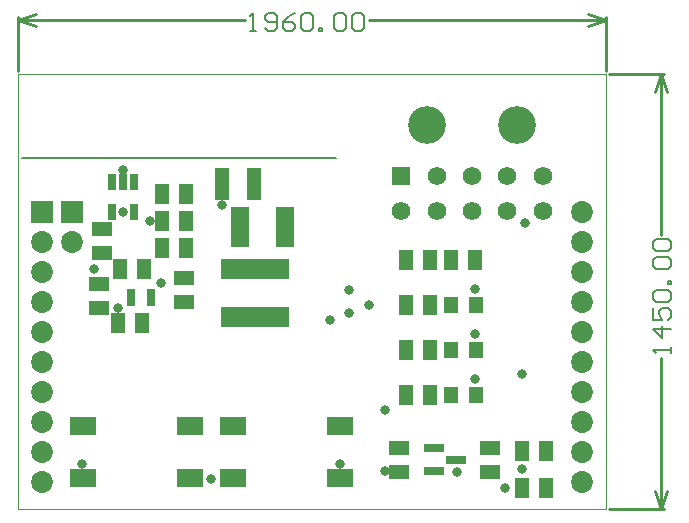
<source format=gts>
G04*
G04 #@! TF.GenerationSoftware,Altium Limited,Altium Designer,22.1.2 (22)*
G04*
G04 Layer_Color=8388736*
%FSLAX24Y24*%
%MOIN*%
G70*
G04*
G04 #@! TF.SameCoordinates,69551EEB-C68B-4B17-9CB5-8D0B25672B83*
G04*
G04*
G04 #@! TF.FilePolarity,Negative*
G04*
G01*
G75*
%ADD12C,0.0079*%
%ADD14C,0.0100*%
%ADD16C,0.0000*%
%ADD17C,0.0060*%
%ADD18R,0.0274X0.0198*%
%ADD19R,0.0297X0.0552*%
%ADD20R,0.0690X0.0297*%
%ADD21R,0.2285X0.0690*%
%ADD22R,0.0631X0.1379*%
%ADD23R,0.0480X0.0680*%
%ADD24R,0.0680X0.0480*%
%ADD25R,0.0907X0.0631*%
%ADD26R,0.0513X0.0552*%
%ADD27R,0.0513X0.1104*%
%ADD28C,0.1261*%
%ADD29C,0.0619*%
%ADD30R,0.0619X0.0619*%
%ADD31C,0.0730*%
%ADD32R,0.0730X0.0730*%
%ADD33C,0.0330*%
D12*
X150Y11700D02*
X10600D01*
D14*
X19600Y14600D02*
Y16400D01*
X0Y14600D02*
Y16400D01*
X11699Y16300D02*
X19600D01*
X0D02*
X7581D01*
X19000Y16500D02*
X19600Y16300D01*
X19000Y16100D02*
X19600Y16300D01*
X0D02*
X600Y16100D01*
X0Y16300D02*
X600Y16500D01*
X19700Y0D02*
X21525D01*
X19700Y14500D02*
X21525D01*
X21425Y0D02*
Y5031D01*
Y9149D02*
Y14500D01*
Y0D02*
X21625Y600D01*
X21225D02*
X21425Y0D01*
X21225Y13900D02*
X21425Y14500D01*
X21625Y13900D01*
D16*
X0Y0D02*
X19600D01*
Y14500D01*
X0D02*
X19600D01*
X0Y0D02*
Y14500D01*
D17*
X7741Y15940D02*
X7941D01*
X7841D01*
Y16540D01*
X7741Y16440D01*
X8240Y16040D02*
X8340Y15940D01*
X8540D01*
X8640Y16040D01*
Y16440D01*
X8540Y16540D01*
X8340D01*
X8240Y16440D01*
Y16340D01*
X8340Y16240D01*
X8640D01*
X9240Y16540D02*
X9040Y16440D01*
X8840Y16240D01*
Y16040D01*
X8940Y15940D01*
X9140D01*
X9240Y16040D01*
Y16140D01*
X9140Y16240D01*
X8840D01*
X9440Y16440D02*
X9540Y16540D01*
X9740D01*
X9840Y16440D01*
Y16040D01*
X9740Y15940D01*
X9540D01*
X9440Y16040D01*
Y16440D01*
X10040Y15940D02*
Y16040D01*
X10140D01*
Y15940D01*
X10040D01*
X10540Y16440D02*
X10640Y16540D01*
X10840D01*
X10940Y16440D01*
Y16040D01*
X10840Y15940D01*
X10640D01*
X10540Y16040D01*
Y16440D01*
X11140D02*
X11239Y16540D01*
X11439D01*
X11539Y16440D01*
Y16040D01*
X11439Y15940D01*
X11239D01*
X11140Y16040D01*
Y16440D01*
X21785Y5191D02*
Y5391D01*
Y5291D01*
X21185D01*
X21285Y5191D01*
X21785Y5990D02*
X21185D01*
X21485Y5690D01*
Y6090D01*
X21185Y6690D02*
Y6290D01*
X21485D01*
X21385Y6490D01*
Y6590D01*
X21485Y6690D01*
X21685D01*
X21785Y6590D01*
Y6390D01*
X21685Y6290D01*
X21285Y6890D02*
X21185Y6990D01*
Y7190D01*
X21285Y7290D01*
X21685D01*
X21785Y7190D01*
Y6990D01*
X21685Y6890D01*
X21285D01*
X21785Y7490D02*
X21685D01*
Y7590D01*
X21785D01*
Y7490D01*
X21285Y7990D02*
X21185Y8090D01*
Y8290D01*
X21285Y8390D01*
X21685D01*
X21785Y8290D01*
Y8090D01*
X21685Y7990D01*
X21285D01*
Y8590D02*
X21185Y8689D01*
Y8889D01*
X21285Y8989D01*
X21685D01*
X21785Y8889D01*
Y8689D01*
X21685Y8590D01*
X21285D01*
D18*
X4438Y7050D02*
D03*
X3782Y6853D02*
D03*
Y7050D02*
D03*
Y7247D02*
D03*
X4438D02*
D03*
Y6853D02*
D03*
D19*
X3874Y9908D02*
D03*
X3126D02*
D03*
Y10892D02*
D03*
X3500D02*
D03*
X3874D02*
D03*
D20*
X13886Y2024D02*
D03*
Y1276D02*
D03*
X14614Y1650D02*
D03*
D21*
X7900Y7997D02*
D03*
Y6403D02*
D03*
D22*
X8898Y9400D02*
D03*
X7402D02*
D03*
D23*
X15250Y8300D02*
D03*
X14450D02*
D03*
X12950D02*
D03*
X13750D02*
D03*
X4150Y6200D02*
D03*
X3350D02*
D03*
X12950Y6800D02*
D03*
X13750D02*
D03*
X12950Y3800D02*
D03*
X13750D02*
D03*
X12950Y5300D02*
D03*
X13750D02*
D03*
X16800Y1950D02*
D03*
X17600D02*
D03*
X16800Y700D02*
D03*
X17600D02*
D03*
X3400Y8000D02*
D03*
X4200D02*
D03*
X4800Y10500D02*
D03*
X5600D02*
D03*
X4800Y8700D02*
D03*
X5600D02*
D03*
X4800Y9600D02*
D03*
X5600D02*
D03*
D24*
X12700Y1250D02*
D03*
Y2050D02*
D03*
X2700Y7500D02*
D03*
Y6700D02*
D03*
X2800Y9350D02*
D03*
Y8550D02*
D03*
X15750Y1250D02*
D03*
Y2050D02*
D03*
X5550Y7700D02*
D03*
Y6900D02*
D03*
D25*
X10741Y2782D02*
D03*
Y1018D02*
D03*
X7159D02*
D03*
Y2782D02*
D03*
X5741D02*
D03*
Y1018D02*
D03*
X2159D02*
D03*
Y2782D02*
D03*
D26*
X15263Y3800D02*
D03*
X14437D02*
D03*
X15263Y6800D02*
D03*
X14437D02*
D03*
X15263Y5300D02*
D03*
X14437D02*
D03*
D27*
X7882Y10850D02*
D03*
X6819D02*
D03*
D28*
X16650Y12801D02*
D03*
X13626D02*
D03*
D29*
X17500Y9919D02*
D03*
X16319D02*
D03*
X15138D02*
D03*
X13957D02*
D03*
X12776D02*
D03*
X17500Y11100D02*
D03*
X16319D02*
D03*
X15138D02*
D03*
X13957D02*
D03*
D30*
X12776D02*
D03*
D31*
X1800Y8900D02*
D03*
X18800Y900D02*
D03*
Y1900D02*
D03*
Y4900D02*
D03*
Y3900D02*
D03*
Y2900D02*
D03*
Y9900D02*
D03*
Y6900D02*
D03*
Y8900D02*
D03*
Y7900D02*
D03*
Y5900D02*
D03*
X800D02*
D03*
Y2900D02*
D03*
Y3900D02*
D03*
Y4900D02*
D03*
Y1900D02*
D03*
Y900D02*
D03*
Y7900D02*
D03*
Y8900D02*
D03*
Y6900D02*
D03*
D32*
Y9900D02*
D03*
X1800D02*
D03*
D33*
X4770Y7541D02*
D03*
X3500Y9900D02*
D03*
Y11300D02*
D03*
X4400Y9600D02*
D03*
X2550Y8000D02*
D03*
X10400Y6300D02*
D03*
X11050Y7300D02*
D03*
Y6550D02*
D03*
X11700Y6800D02*
D03*
X15250Y5850D02*
D03*
Y4350D02*
D03*
X16800Y4500D02*
D03*
X15250Y7350D02*
D03*
X16900Y9550D02*
D03*
X16250Y700D02*
D03*
X14650Y1250D02*
D03*
X10750Y1500D02*
D03*
X12252Y1255D02*
D03*
X6450Y1000D02*
D03*
X6800Y10150D02*
D03*
X3350Y6700D02*
D03*
X12250Y3300D02*
D03*
X2150Y1500D02*
D03*
X16800Y1350D02*
D03*
M02*

</source>
